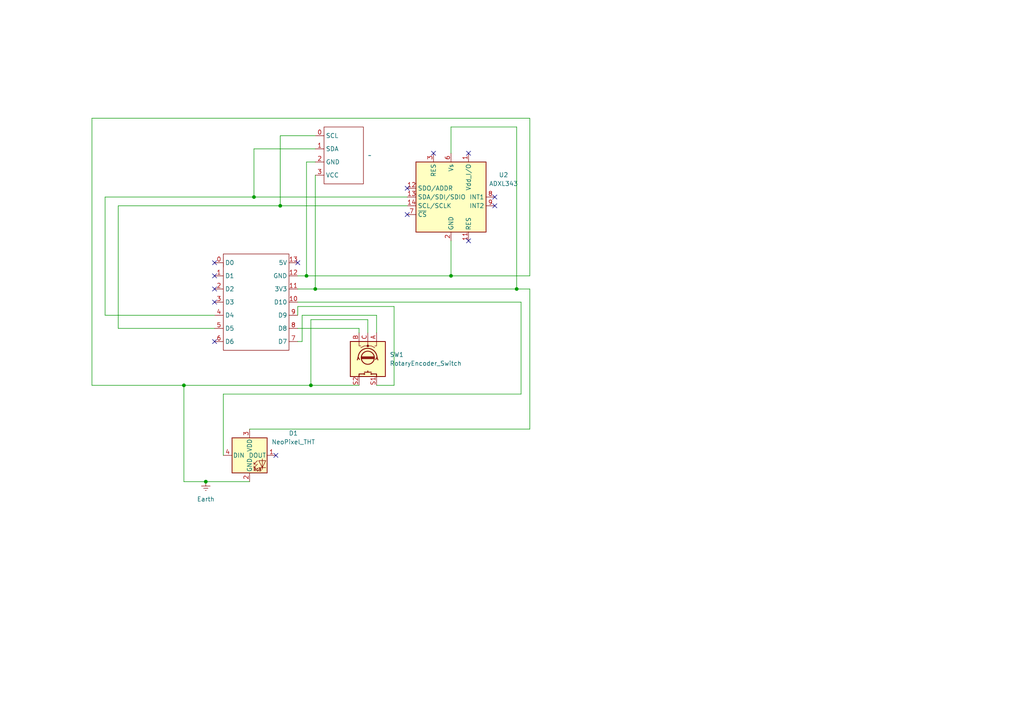
<source format=kicad_sch>
(kicad_sch (version 20250114) (generator "eeschema") (generator_version "9.0")
  (paper "A4")
  (title_block (title "Sensor and Circuit Final Project") (date "2025-12-02") (rev "0"))
  (lib_symbols
    (symbol "Device:RotaryEncoder_Switch" (pin_names (offset 0.254) (hide yes))
      (property "Reference" "SW" (at 0 6.604 0))
      (property "Value" "RotaryEncoder_Switch" (at 0 -6.604 0))
      (symbol "RotaryEncoder_Switch_0_1"
        (rectangle (start -5.08 5.08) (end 5.08 -5.08) (stroke (width 0.254)) (fill (type background)))
        (polyline (pts (xy -5.08 2.54) (xy -3.81 2.54) (xy -3.81 2.032)))
        (polyline (pts (xy -5.08 0) (xy -3.81 0) (xy -3.81 -1.016) (xy -3.302 -2.032)))
        (polyline (pts (xy -5.08 -2.54) (xy -3.81 -2.54) (xy -3.81 -2.032)))
        (polyline (pts (xy -4.318 0) (xy -3.81 0) (xy -3.81 1.016) (xy -3.302 2.032)))
        (circle (center -3.81 0) (radius 0.254) (fill (type outline)))
        (polyline (pts (xy -0.635 -1.778) (xy -0.635 1.778)) (stroke (width 0.254)))
        (circle (center -0.381 0) (radius 1.905) (stroke (width 0.254)))
        (polyline (pts (xy -0.381 -1.778) (xy -0.381 1.778)) (stroke (width 0.254)))
        (arc (start -0.381 -2.794) (mid -3.0988 -0.0635) (end -0.381 2.667) (stroke (width 0.254)))
        (polyline (pts (xy -0.127 1.778) (xy -0.127 -1.778)) (stroke (width 0.254)))
        (polyline (pts (xy 0.254 2.921) (xy -0.508 2.667) (xy 0.127 2.286)) (stroke (width 0.254)))
        (polyline (pts (xy 0.254 -3.048) (xy -0.508 -2.794) (xy 0.127 -2.413)) (stroke (width 0.254)))
        (polyline (pts (xy 3.81 1.016) (xy 3.81 -1.016)) (stroke (width 0.254)))
        (polyline (pts (xy 3.81 0) (xy 3.429 0)) (stroke (width 0.254)))
        (circle (center 4.318 1.016) (radius 0.127) (stroke (width 0.254)))
        (circle (center 4.318 -1.016) (radius 0.127) (stroke (width 0.254)))
        (polyline (pts (xy 5.08 2.54) (xy 4.318 2.54) (xy 4.318 1.016)) (stroke (width 0.254)))
        (polyline (pts (xy 5.08 -2.54) (xy 4.318 -2.54) (xy 4.318 -1.016)) (stroke (width 0.254)))
      )
      (symbol "RotaryEncoder_Switch_1_1"
        (pin passive line (at -7.62 2.54 0) (length 2.54) (name "A") (number "A"))
        (pin passive line (at -7.62 0 0) (length 2.54) (name "C") (number "C"))
        (pin passive line (at -7.62 -2.54 0) (length 2.54) (name "B") (number "B"))
        (pin passive line (at 7.62 2.54 180) (length 2.54) (name "S1") (number "S1"))
        (pin passive line (at 7.62 -2.54 180) (length 2.54) (name "S2") (number "S2"))
      )
    )
    (symbol "Display_Graphic:OLED"
      (symbol "OLED_0_1"
        (rectangle (start -7.62 7.62) (end 8.89 -3.81))
      )
      (symbol "OLED_1_0"
        (pin input line (at -5.08 -6.35 90) (length 2.54) (name "SCL") (number "0"))
        (pin input line (at -1.27 -6.35 90) (length 2.54) (name "SDA") (number "1"))
        (pin passive line (at 2.54 -6.35 90) (length 2.54) (name "GND") (number "2"))
        (pin input line (at 6.35 -6.35 90) (length 2.54) (name "VCC") (number "3"))
      )
    )
    (symbol "LED:NeoPixel_THT" (pin_names (offset 0.254))
      (property "Reference" "D" (at 5.08 5.715 0))
      (property "Value" "NeoPixel_THT" (at 1.27 -5.715 0))
      (symbol "NeoPixel_THT_0_0"
        (text "RGB" (at 2.286 -4.191 0) (effects (font (size 0.762 0.762))))
      )
      (symbol "NeoPixel_THT_0_1"
        (polyline (pts (xy 1.27 -2.54) (xy 1.778 -2.54)))
        (polyline (pts (xy 1.27 -3.556) (xy 1.778 -3.556)))
        (polyline (pts (xy 2.286 -1.524) (xy 1.27 -2.54) (xy 1.27 -2.032)))
        (polyline (pts (xy 2.286 -2.54) (xy 1.27 -3.556) (xy 1.27 -3.048)))
        (polyline (pts (xy 3.683 -1.016) (xy 3.683 -3.556) (xy 3.683 -4.064)))
        (polyline (pts (xy 4.699 -1.524) (xy 2.667 -1.524) (xy 3.683 -3.556) (xy 4.699 -1.524)))
        (polyline (pts (xy 4.699 -3.556) (xy 2.667 -3.556)))
        (rectangle (start 5.08 5.08) (end -5.08 -5.08) (stroke (width 0.254)) (fill (type background)))
      )
      (symbol "NeoPixel_THT_1_1"
        (pin input line (at -7.62 0 0) (length 2.54) (name "DIN") (number "4"))
        (pin power_in line (at 0 7.62 270) (length 2.54) (name "VDD") (number "3"))
        (pin power_in line (at 0 -7.62 90) (length 2.54) (name "GND") (number "2"))
        (pin output line (at 7.62 0 180) (length 2.54) (name "DOUT") (number "1"))
      )
    )
    (symbol "MCU_Module:XIAO-ESP32"
      (symbol "XIAO-ESP32_0_1"
        (rectangle (start 21.59 -12.7) (end 40.64 -40.64))
        (rectangle (start 21.59 -13.97) (end 21.59 -13.97))
        (rectangle (start 21.59 -16.51) (end 21.59 -15.24))
        (rectangle (start 21.59 -17.78) (end 21.59 -17.78))
        (rectangle (start 21.59 -19.05) (end 21.59 -19.05))
      )
      (symbol "XIAO-ESP32_1_0"
        (pin output line (at 19.05 -15.24 0) (length 2.54) (name "D0") (number "0"))
        (pin output line (at 19.05 -19.05 0) (length 2.54) (name "D1") (number "1"))
        (pin output line (at 19.05 -22.86 0) (length 2.54) (name "D2") (number "2"))
        (pin output line (at 19.05 -26.67 0) (length 2.54) (name "D3") (number "3"))
        (pin output line (at 19.05 -30.48 0) (length 2.54) (name "D4") (number "4"))
        (pin output line (at 19.05 -34.29 0) (length 2.54) (name "D5") (number "5"))
        (pin output line (at 19.05 -38.1 0) (length 2.54) (name "D6") (number "6"))
        (pin power_out line (at 43.18 -15.24 180) (length 2.54) (name "5V") (number "13"))
        (pin output line (at 43.18 -19.05 180) (length 2.54) (name "GND") (number "12"))
        (pin power_out line (at 43.18 -22.86 180) (length 2.54) (name "3V3") (number "11"))
        (pin output line (at 43.18 -26.67 180) (length 2.54) (name "D10") (number "10"))
        (pin output line (at 43.18 -30.48 180) (length 2.54) (name "D9") (number "9"))
        (pin output line (at 43.18 -34.29 180) (length 2.54) (name "D8") (number "8"))
        (pin output line (at 43.18 -38.1 180) (length 2.54) (name "D7") (number "7"))
      )
    )
    (symbol "Sensor_Motion:ADXL343"
      (property "Reference" "U" (at -8.89 11.43 0))
      (property "Value" "ADXL343" (at -7.62 -11.43 0))
      (symbol "ADXL343_0_1"
        (rectangle (start -10.16 10.16) (end 10.16 -10.16) (stroke (width 0.254)) (fill (type background)))
      )
      (symbol "ADXL343_1_1"
        (pin bidirectional line (at -12.7 2.54 0) (length 2.54) (name "SDO/ADDR") (number "12"))
        (pin bidirectional line (at -12.7 0 0) (length 2.54) (name "SDA/SDI/SDIO") (number "13"))
        (pin input line (at -12.7 -2.54 0) (length 2.54) (name "SCL/SCLK") (number "14"))
        (pin input line (at -12.7 -5.08 0) (length 2.54) (name "~{CS}") (number "7"))
        (pin passive line (at -5.08 12.7 270) (length 2.54) (name "RES") (number "3"))
        (pin no_connect line (at -5.08 -10.16 90) (length 2.54) (hide yes) (name "NC") (number "10"))
        (pin power_in line (at 0 12.7 270) (length 2.54) (name "Vs") (number "6"))
        (pin power_in line (at 0 -12.7 90) (length 2.54) (name "GND") (number "2"))
        (pin passive line (at 0 -12.7 90) (length 2.54) (hide yes) (name "GND") (number "4"))
        (pin passive line (at 0 -12.7 90) (length 2.54) (hide yes) (name "GND") (number "5"))
        (pin power_in line (at 5.08 12.7 270) (length 2.54) (name "Vdd_I/O") (number "1"))
        (pin passive line (at 5.08 -12.7 90) (length 2.54) (name "RES") (number "11"))
        (pin output line (at 12.7 0 180) (length 2.54) (name "INT1") (number "8"))
        (pin output line (at 12.7 -2.54 180) (length 2.54) (name "INT2") (number "9"))
      )
    )
    (symbol "power:Earth" (power) (pin_numbers (hide yes)) (pin_names (offset 0) (hide yes))
      (property "Value" "Earth" (at 0 -3.81 0))
      (symbol "Earth_0_1"
        (polyline (pts (xy -0.635 -1.905) (xy 0.635 -1.905)))
        (polyline (pts (xy -0.127 -2.54) (xy 0.127 -2.54)))
        (polyline (pts (xy 0 -1.27) (xy 0 0)))
        (polyline (pts (xy 1.27 -1.27) (xy -1.27 -1.27)))
      )
      (symbol "Earth_1_1"
        (pin power_in line (at 0 0 270) (length 0) (name "~") (number "1"))
      )
    )
  )
  (junction (at 73.66 57.15))
  (junction (at 81.28 59.69))
  (junction (at 91.44 83.82))
  (junction (at 88.9 80.01))
  (junction (at 130.81 80.01))
  (junction (at 149.86 83.82))
  (junction (at 53.34 111.76))
  (junction (at 90.17 111.76))
  (junction (at 59.69 139.7))
  (no_connect (at 62.23 99.06))
  (no_connect (at 62.23 76.2))
  (no_connect (at 143.51 57.15))
  (no_connect (at 143.51 59.69))
  (no_connect (at 80.01 132.08))
  (no_connect (at 135.89 69.85))
  (no_connect (at 86.36 76.2))
  (no_connect (at 62.23 83.82))
  (no_connect (at 135.89 44.45))
  (no_connect (at 118.11 62.23))
  (no_connect (at 62.23 87.63))
  (no_connect (at 118.11 54.61))
  (no_connect (at 125.73 44.45))
  (no_connect (at 62.23 80.01))
  (wire (pts (xy 91.44 43.18) (xy 73.66 43.18)))
  (wire (pts (xy 34.29 59.69) (xy 34.29 95.25)))
  (wire (pts (xy 73.66 43.18) (xy 73.66 57.15)))
  (wire (pts (xy 88.9 80.01) (xy 130.81 80.01)))
  (wire (pts (xy 53.34 139.7) (xy 59.69 139.7)))
  (wire (pts (xy 114.3 111.76) (xy 109.22 111.76)))
  (wire (pts (xy 149.86 36.83) (xy 149.86 83.82)))
  (wire (pts (xy 81.28 59.69) (xy 34.29 59.69)))
  (wire (pts (xy 72.39 124.46) (xy 153.67 124.46)))
  (wire (pts (xy 130.81 44.45) (xy 130.81 36.83)))
  (wire (pts (xy 86.36 95.25) (xy 104.14 95.25)))
  (wire (pts (xy 130.81 80.01) (xy 153.67 80.01)))
  (wire (pts (xy 64.77 114.3) (xy 151.13 114.3)))
  (wire (pts (xy 149.86 83.82) (xy 153.67 83.82)))
  (wire (pts (xy 86.36 87.63) (xy 151.13 87.63)))
  (wire (pts (xy 109.22 96.52) (xy 109.22 91.44)))
  (wire (pts (xy 153.67 83.82) (xy 153.67 124.46)))
  (wire (pts (xy 153.67 34.29) (xy 26.67 34.29)))
  (wire (pts (xy 114.3 88.9) (xy 86.36 88.9)))
  (wire (pts (xy 90.17 92.71) (xy 90.17 111.76)))
  (wire (pts (xy 26.67 111.76) (xy 53.34 111.76)))
  (wire (pts (xy 118.11 59.69) (xy 81.28 59.69)))
  (wire (pts (xy 53.34 139.7) (xy 53.34 111.76)))
  (wire (pts (xy 130.81 36.83) (xy 149.86 36.83)))
  (wire (pts (xy 90.17 111.76) (xy 53.34 111.76)))
  (wire (pts (xy 130.81 69.85) (xy 130.81 80.01)))
  (wire (pts (xy 73.66 57.15) (xy 118.11 57.15)))
  (wire (pts (xy 30.48 57.15) (xy 73.66 57.15)))
  (wire (pts (xy 81.28 39.37) (xy 81.28 59.69)))
  (wire (pts (xy 151.13 87.63) (xy 151.13 114.3)))
  (wire (pts (xy 114.3 111.76) (xy 114.3 88.9)))
  (wire (pts (xy 91.44 46.99) (xy 88.9 46.99)))
  (wire (pts (xy 106.68 92.71) (xy 90.17 92.71)))
  (wire (pts (xy 59.69 139.7) (xy 72.39 139.7)))
  (wire (pts (xy 64.77 114.3) (xy 64.77 132.08)))
  (wire (pts (xy 109.22 91.44) (xy 87.63 91.44)))
  (wire (pts (xy 86.36 83.82) (xy 91.44 83.82)))
  (wire (pts (xy 104.14 111.76) (xy 90.17 111.76)))
  (wire (pts (xy 87.63 99.06) (xy 86.36 99.06)))
  (wire (pts (xy 87.63 91.44) (xy 87.63 99.06)))
  (wire (pts (xy 91.44 39.37) (xy 81.28 39.37)))
  (wire (pts (xy 104.14 95.25) (xy 104.14 96.52)))
  (wire (pts (xy 106.68 96.52) (xy 106.68 92.71)))
  (wire (pts (xy 62.23 91.44) (xy 30.48 91.44)))
  (wire (pts (xy 26.67 34.29) (xy 26.67 111.76)))
  (wire (pts (xy 34.29 95.25) (xy 62.23 95.25)))
  (wire (pts (xy 86.36 88.9) (xy 86.36 91.44)))
  (wire (pts (xy 30.48 91.44) (xy 30.48 57.15)))
  (wire (pts (xy 153.67 34.29) (xy 153.67 80.01)))
  (wire (pts (xy 88.9 46.99) (xy 88.9 80.01)))
  (wire (pts (xy 91.44 50.8) (xy 91.44 83.82)))
  (wire (pts (xy 91.44 83.82) (xy 149.86 83.82)))
  (wire (pts (xy 86.36 80.01) (xy 88.9 80.01)))
  (symbol (lib_id "MCU_Module:XIAO-ESP32") (at 43.18 60.96 0) (unit 1)
    (property "Reference" "U1" (effects (hide yes)))
  )
  (symbol (lib_id "power:Earth") (at 59.69 139.7 0) (unit 1)
    (property "Reference" "#PWR02" (effects (hide yes)))
    (property "Value" "Earth" (at 59.69 144.78 0))
    (property "Description" "Power symbol creates a global label with name \"Earth\"" (effects (hide yes)))
  )
  (symbol (lib_id "Display_Graphic:OLED") (at 97.79 44.45 270) (unit 1)
    (property "Reference" "U3" (effects (hide yes)))
    (property "Value" "~" (at 106.68 45.0849 90) (effects (justify left)))
  )
  (symbol (lib_id "LED:NeoPixel_THT") (at 72.39 132.08 0) (unit 1)
    (property "Reference" "D1" (at 85.09 125.6598 0))
    (property "Value" "NeoPixel_THT" (at 85.09 128.1998 0))
    (property "Datasheet" "https://www.adafruit.com/product/1938" (effects (hide yes)))
    (property "Description" "RGB LED with integrated controller, 5mm/8mm LED package" (effects (hide yes)))
  )
  (symbol (lib_id "Sensor_Motion:ADXL343") (at 130.81 57.15 0) (unit 1)
    (property "Reference" "U2" (at 146.05 50.7298 0))
    (property "Value" "ADXL343" (at 146.05 53.2698 0))
    (property "Footprint" "Package_LGA:LGA-14_3x5mm_P0.8mm_LayoutBorder1x6y" (effects (hide yes)))
    (property "Datasheet" "https://www.analog.com/media/en/technical-documentation/data-sheets/ADXL343.pdf" (effects (hide yes)))
    (property "Description" "3-Axis MEMS Accelerometer, 2/4/8/16g range, I2C/SPI, LGA-14" (effects (hide yes)))
  )
  (symbol (lib_id "Device:RotaryEncoder_Switch") (at 106.68 104.14 270) (unit 1)
    (property "Reference" "SW1" (at 113.03 102.8699 90) (effects (justify left)))
    (property "Value" "RotaryEncoder_Switch" (at 113.03 105.4099 90) (effects (justify left)))
    (property "Description" "Rotary encoder, dual channel, incremental quadrate outputs, with switch" (effects (hide yes)))
  )
)
</source>
